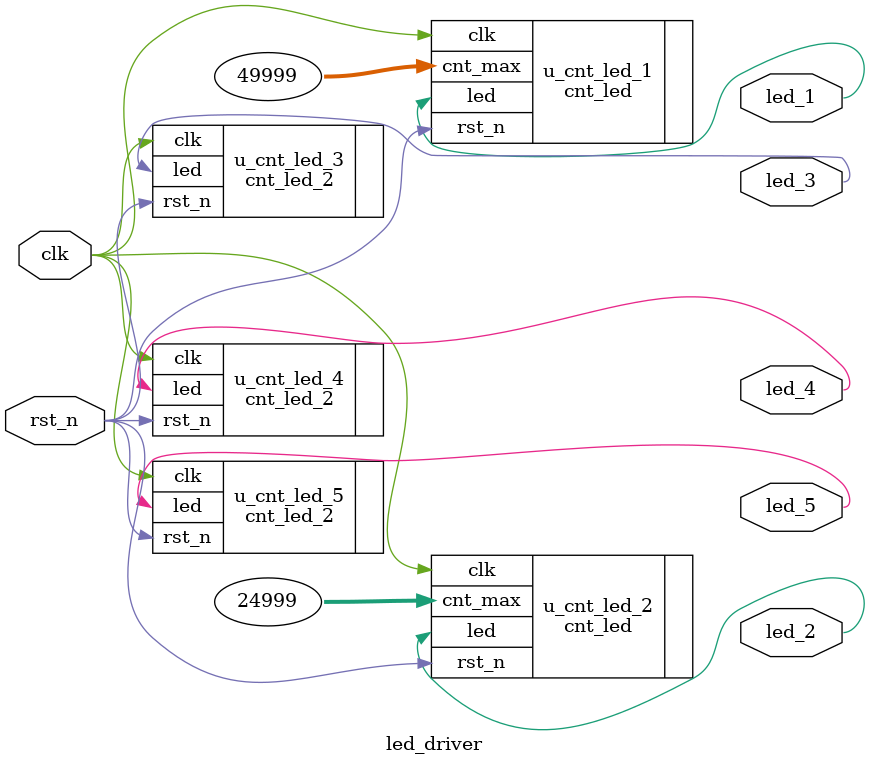
<source format=v>
`timescale 1ns / 1ns
module led_driver(
    input       clk,
    input       rst_n,
    output   led_1,
    output   led_2,
    output   led_4,
    output   led_5,
    output   led_3 
    );

    cnt_led u_cnt_led_1 (
		.clk(clk), 
		.rst_n(rst_n),
        .cnt_max(49_999), 
		.led(led_1)
	);

    cnt_led u_cnt_led_2 (
		.clk(clk), 
		.rst_n(rst_n),
        .cnt_max(24_999), 
		.led(led_2)
	);

    cnt_led_2 u_cnt_led_3 (
		.clk(clk), 
		.rst_n(rst_n),
        
		.led(led_3)
	);

    cnt_led_2
        #(
            .cnt_max(24_999)
        )
     u_cnt_led_4 (
		.clk(clk), 
		.rst_n(rst_n),
        
		.led(led_4)
	);

    cnt_led_2     u_cnt_led_5 (
		.clk(clk), 
		.rst_n(rst_n),
        
		.led(led_5)
	);
    defparam u_cnt_led_5.cnt_max = 12499;

endmodule

</source>
